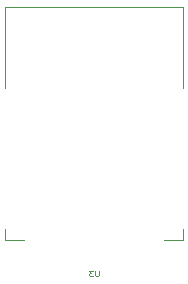
<source format=gbr>
%TF.GenerationSoftware,KiCad,Pcbnew,5.1.9-73d0e3b20d~88~ubuntu20.04.1*%
%TF.CreationDate,2021-02-04T03:58:01+01:00*%
%TF.ProjectId,MorphWatch-STM32,4d6f7270-6857-4617-9463-682d53544d33,rev?*%
%TF.SameCoordinates,Original*%
%TF.FileFunction,Legend,Bot*%
%TF.FilePolarity,Positive*%
%FSLAX46Y46*%
G04 Gerber Fmt 4.6, Leading zero omitted, Abs format (unit mm)*
G04 Created by KiCad (PCBNEW 5.1.9-73d0e3b20d~88~ubuntu20.04.1) date 2021-02-04 03:58:01*
%MOMM*%
%LPD*%
G01*
G04 APERTURE LIST*
%ADD10C,0.120000*%
%ADD11C,0.125000*%
%ADD12C,0.150000*%
G04 APERTURE END LIST*
D10*
%TO.C,U3*%
X138594000Y-74787500D02*
X138594000Y-67927500D01*
X138594000Y-67927500D02*
X123534000Y-67927500D01*
X123534000Y-67927500D02*
X123534000Y-74787500D01*
X138594000Y-86687500D02*
X138594000Y-87647500D01*
X138594000Y-87647500D02*
X136964000Y-87647500D01*
X125164000Y-87647500D02*
X123534000Y-87647500D01*
X123534000Y-87647500D02*
X123534000Y-86687500D01*
D11*
X131444952Y-90213690D02*
X131444952Y-90618452D01*
X131421142Y-90666071D01*
X131397333Y-90689880D01*
X131349714Y-90713690D01*
X131254476Y-90713690D01*
X131206857Y-90689880D01*
X131183047Y-90666071D01*
X131159238Y-90618452D01*
X131159238Y-90213690D01*
X130968761Y-90213690D02*
X130659238Y-90213690D01*
X130825904Y-90404166D01*
X130754476Y-90404166D01*
X130706857Y-90427976D01*
X130683047Y-90451785D01*
X130659238Y-90499404D01*
X130659238Y-90618452D01*
X130683047Y-90666071D01*
X130706857Y-90689880D01*
X130754476Y-90713690D01*
X130897333Y-90713690D01*
X130944952Y-90689880D01*
X130968761Y-90666071D01*
D12*
%TD*%
M02*

</source>
